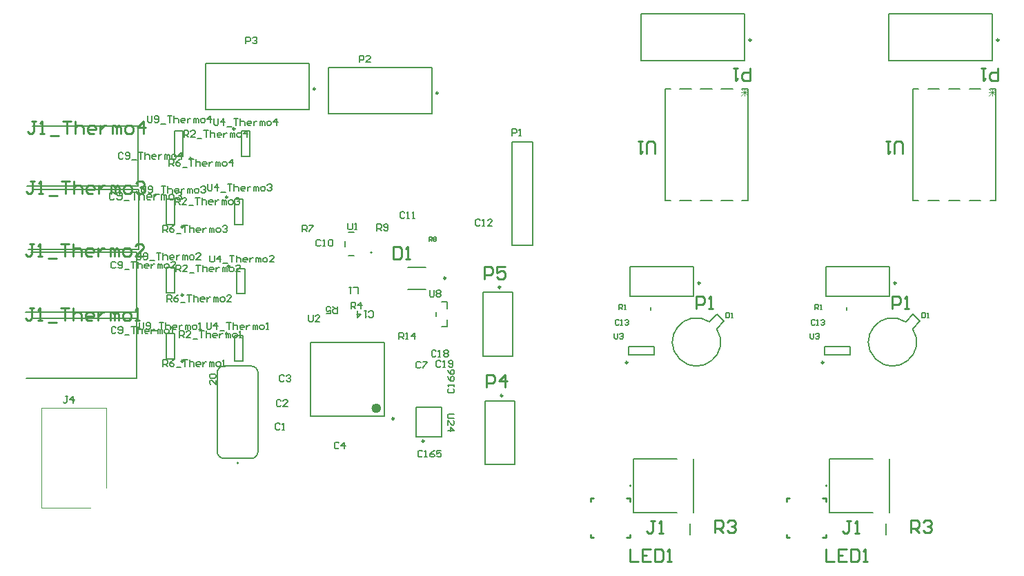
<source format=gto>
G04*
G04 #@! TF.GenerationSoftware,Altium Limited,Altium Designer,21.5.1 (32)*
G04*
G04 Layer_Color=65535*
%FSLAX25Y25*%
%MOIN*%
G70*
G04*
G04 #@! TF.SameCoordinates,3A1198FE-CC6F-45F1-A000-1D614036FB2E*
G04*
G04*
G04 #@! TF.FilePolarity,Positive*
G04*
G01*
G75*
%ADD13C,0.01000*%
%ADD51C,0.00787*%
%ADD52C,0.00984*%
%ADD53C,0.00600*%
%ADD54C,0.00300*%
%ADD55C,0.00500*%
%ADD56C,0.02362*%
%ADD57C,0.00700*%
%ADD58C,0.00394*%
D13*
X373997Y138000D02*
X375497D01*
X373997Y136500D02*
Y138000D01*
Y119000D02*
Y120500D01*
Y119000D02*
X375497D01*
X391497D02*
X392997D01*
Y120500D01*
X391497Y138000D02*
X392997D01*
Y136500D02*
Y138000D01*
X393003Y113499D02*
Y107501D01*
X397002D01*
X403000Y113499D02*
X399001D01*
Y107501D01*
X403000D01*
X399001Y110500D02*
X401001D01*
X404999Y113499D02*
Y107501D01*
X407998D01*
X408998Y108501D01*
Y112499D01*
X407998Y113499D01*
X404999D01*
X410997Y107501D02*
X412997D01*
X411997D01*
Y113499D01*
X410997Y112499D01*
X405000Y126999D02*
X403001D01*
X404000D01*
Y122001D01*
X403001Y121001D01*
X402001D01*
X401001Y122001D01*
X406999Y121001D02*
X408999D01*
X407999D01*
Y126999D01*
X406999Y125999D01*
X434002Y121501D02*
Y127499D01*
X437001D01*
X438000Y126499D01*
Y124500D01*
X437001Y123500D01*
X434002D01*
X436001D02*
X438000Y121501D01*
X440000Y126499D02*
X440999Y127499D01*
X442999D01*
X443998Y126499D01*
Y125500D01*
X442999Y124500D01*
X441999D01*
X442999D01*
X443998Y123500D01*
Y122501D01*
X442999Y121501D01*
X440999D01*
X440000Y122501D01*
X468682Y138000D02*
X470182D01*
X468682Y136500D02*
Y138000D01*
Y119000D02*
Y120500D01*
Y119000D02*
X470182D01*
X486182D02*
X487682D01*
Y120500D01*
X486182Y138000D02*
X487682D01*
Y136500D02*
Y138000D01*
X487688Y113499D02*
Y107501D01*
X491687D01*
X497685Y113499D02*
X493686D01*
Y107501D01*
X497685D01*
X493686Y110500D02*
X495686D01*
X499684Y113499D02*
Y107501D01*
X502683D01*
X503683Y108501D01*
Y112499D01*
X502683Y113499D01*
X499684D01*
X505683Y107501D02*
X507682D01*
X506682D01*
Y113499D01*
X505683Y112499D01*
X499685Y126999D02*
X497686D01*
X498685D01*
Y122001D01*
X497686Y121001D01*
X496686D01*
X495686Y122001D01*
X501685Y121001D02*
X503684D01*
X502684D01*
Y126999D01*
X501685Y125999D01*
X528687Y121501D02*
Y127499D01*
X531686D01*
X532685Y126499D01*
Y124500D01*
X531686Y123500D01*
X528687D01*
X530686D02*
X532685Y121501D01*
X534685Y126499D02*
X535684Y127499D01*
X537684D01*
X538684Y126499D01*
Y125500D01*
X537684Y124500D01*
X536684D01*
X537684D01*
X538684Y123500D01*
Y122501D01*
X537684Y121501D01*
X535684D01*
X534685Y122501D01*
X570785Y346185D02*
Y340187D01*
X567786D01*
X566786Y341186D01*
Y343186D01*
X567786Y344186D01*
X570785D01*
X564787Y346185D02*
X562788D01*
X563787D01*
Y340187D01*
X564787Y341186D01*
X524684Y304686D02*
Y309684D01*
X523684Y310684D01*
X521685D01*
X520685Y309684D01*
Y304686D01*
X518686Y310684D02*
X516686D01*
X517686D01*
Y304686D01*
X518686Y305686D01*
X451100Y346185D02*
Y340187D01*
X448101D01*
X447101Y341186D01*
Y343186D01*
X448101Y344186D01*
X451100D01*
X445102Y346185D02*
X443103D01*
X444102D01*
Y340187D01*
X445102Y341186D01*
X404999Y304686D02*
Y309684D01*
X403999Y310684D01*
X402000D01*
X401000Y309684D01*
Y304686D01*
X399001Y310684D02*
X397001D01*
X398001D01*
Y304686D01*
X399001Y305686D01*
X425186Y229607D02*
Y235605D01*
X428185D01*
X429185Y234606D01*
Y232606D01*
X428185Y231607D01*
X425186D01*
X431184Y229607D02*
X433184D01*
X432184D01*
Y235605D01*
X431184Y234606D01*
X519872Y229607D02*
Y235605D01*
X522870D01*
X523870Y234606D01*
Y232606D01*
X522870Y231607D01*
X519872D01*
X525870Y229607D02*
X527869D01*
X526869D01*
Y235605D01*
X525870Y234606D01*
X322600Y244100D02*
Y250098D01*
X325599D01*
X326599Y249098D01*
Y247099D01*
X325599Y246099D01*
X322600D01*
X332597Y250098D02*
X328598D01*
Y247099D01*
X330597Y248099D01*
X331597D01*
X332597Y247099D01*
Y245100D01*
X331597Y244100D01*
X329598D01*
X328598Y245100D01*
X323600Y191600D02*
Y197598D01*
X326599D01*
X327599Y196598D01*
Y194599D01*
X326599Y193599D01*
X323600D01*
X332597Y191600D02*
Y197598D01*
X329598Y194599D01*
X333597D01*
X106008Y320499D02*
X104009D01*
X105008D01*
Y315500D01*
X104009Y314501D01*
X103009D01*
X102009Y315500D01*
X108007Y314501D02*
X110007D01*
X109007D01*
Y320499D01*
X108007Y319499D01*
X113006Y313501D02*
X117004D01*
X119004Y320499D02*
X123002D01*
X121003D01*
Y314501D01*
X125002Y320499D02*
Y314501D01*
Y317500D01*
X126002Y318499D01*
X128001D01*
X129000Y317500D01*
Y314501D01*
X133999D02*
X132000D01*
X131000Y315500D01*
Y317500D01*
X132000Y318499D01*
X133999D01*
X134999Y317500D01*
Y316500D01*
X131000D01*
X136998Y318499D02*
Y314501D01*
Y316500D01*
X137998Y317500D01*
X138997Y318499D01*
X139997D01*
X142996Y314501D02*
Y318499D01*
X143996D01*
X144995Y317500D01*
Y314501D01*
Y317500D01*
X145995Y318499D01*
X146995Y317500D01*
Y314501D01*
X149994D02*
X151993D01*
X152993Y315500D01*
Y317500D01*
X151993Y318499D01*
X149994D01*
X148994Y317500D01*
Y315500D01*
X149994Y314501D01*
X157991D02*
Y320499D01*
X154992Y317500D01*
X158991D01*
X105508Y291499D02*
X103509D01*
X104508D01*
Y286501D01*
X103509Y285501D01*
X102509D01*
X101509Y286501D01*
X107507Y285501D02*
X109507D01*
X108507D01*
Y291499D01*
X107507Y290499D01*
X112506Y284501D02*
X116504D01*
X118504Y291499D02*
X122502D01*
X120503D01*
Y285501D01*
X124502Y291499D02*
Y285501D01*
Y288500D01*
X125502Y289499D01*
X127501D01*
X128500Y288500D01*
Y285501D01*
X133499D02*
X131500D01*
X130500Y286501D01*
Y288500D01*
X131500Y289499D01*
X133499D01*
X134499Y288500D01*
Y287500D01*
X130500D01*
X136498Y289499D02*
Y285501D01*
Y287500D01*
X137498Y288500D01*
X138497Y289499D01*
X139497D01*
X142496Y285501D02*
Y289499D01*
X143496D01*
X144495Y288500D01*
Y285501D01*
Y288500D01*
X145495Y289499D01*
X146495Y288500D01*
Y285501D01*
X149494D02*
X151493D01*
X152493Y286501D01*
Y288500D01*
X151493Y289499D01*
X149494D01*
X148494Y288500D01*
Y286501D01*
X149494Y285501D01*
X154492Y290499D02*
X155492Y291499D01*
X157491D01*
X158491Y290499D01*
Y289499D01*
X157491Y288500D01*
X156491D01*
X157491D01*
X158491Y287500D01*
Y286501D01*
X157491Y285501D01*
X155492D01*
X154492Y286501D01*
X105008Y260999D02*
X103009D01*
X104008D01*
Y256000D01*
X103009Y255001D01*
X102009D01*
X101009Y256000D01*
X107007Y255001D02*
X109007D01*
X108007D01*
Y260999D01*
X107007Y259999D01*
X112006Y254001D02*
X116004D01*
X118004Y260999D02*
X122002D01*
X120003D01*
Y255001D01*
X124002Y260999D02*
Y255001D01*
Y258000D01*
X125002Y258999D01*
X127001D01*
X128000Y258000D01*
Y255001D01*
X132999D02*
X131000D01*
X130000Y256000D01*
Y258000D01*
X131000Y258999D01*
X132999D01*
X133999Y258000D01*
Y257000D01*
X130000D01*
X135998Y258999D02*
Y255001D01*
Y257000D01*
X136998Y258000D01*
X137997Y258999D01*
X138997D01*
X141996Y255001D02*
Y258999D01*
X142996D01*
X143995Y258000D01*
Y255001D01*
Y258000D01*
X144995Y258999D01*
X145995Y258000D01*
Y255001D01*
X148994D02*
X150993D01*
X151993Y256000D01*
Y258000D01*
X150993Y258999D01*
X148994D01*
X147994Y258000D01*
Y256000D01*
X148994Y255001D01*
X157991D02*
X153992D01*
X157991Y258999D01*
Y259999D01*
X156991Y260999D01*
X154992D01*
X153992Y259999D01*
X105008Y229999D02*
X103008D01*
X104008D01*
Y225001D01*
X103008Y224001D01*
X102009D01*
X101009Y225001D01*
X107007Y224001D02*
X109006D01*
X108007D01*
Y229999D01*
X107007Y228999D01*
X112005Y223001D02*
X116004D01*
X118003Y229999D02*
X122002D01*
X120003D01*
Y224001D01*
X124002Y229999D02*
Y224001D01*
Y227000D01*
X125001Y227999D01*
X127000D01*
X128000Y227000D01*
Y224001D01*
X132999D02*
X130999D01*
X129999Y225001D01*
Y227000D01*
X130999Y227999D01*
X132999D01*
X133998Y227000D01*
Y226000D01*
X129999D01*
X135998Y227999D02*
Y224001D01*
Y226000D01*
X136997Y227000D01*
X137997Y227999D01*
X138997D01*
X141996Y224001D02*
Y227999D01*
X142995D01*
X143995Y227000D01*
Y224001D01*
Y227000D01*
X144995Y227999D01*
X145994Y227000D01*
Y224001D01*
X148993D02*
X150993D01*
X151992Y225001D01*
Y227000D01*
X150993Y227999D01*
X148993D01*
X147994Y227000D01*
Y225001D01*
X148993Y224001D01*
X153992D02*
X155991D01*
X154991D01*
Y229999D01*
X153992Y228999D01*
X278800Y259598D02*
Y253600D01*
X281799D01*
X282799Y254600D01*
Y258598D01*
X281799Y259598D01*
X278800D01*
X284798Y253600D02*
X286797D01*
X285798D01*
Y259598D01*
X284798Y258598D01*
D51*
X393420Y144016D02*
G03*
X393420Y144016I-290J0D01*
G01*
X423791Y130910D02*
Y157091D01*
X394776Y130910D02*
Y157091D01*
X415866D01*
X394776Y130910D02*
X415866D01*
X422000Y120441D02*
Y125559D01*
X488105Y144016D02*
G03*
X488105Y144016I-290J0D01*
G01*
X518476Y130910D02*
Y157091D01*
X489461Y130910D02*
Y157091D01*
X510551D01*
X489461Y130910D02*
X510551D01*
X516685Y120441D02*
Y125559D01*
X568185Y372205D02*
X518185D01*
X568185D02*
Y349685D01*
X518185D01*
Y372205D02*
Y349685D01*
X448500Y372205D02*
X398500D01*
X448500D02*
Y349685D01*
X398500D01*
Y372205D02*
Y349685D01*
X431556Y223317D02*
G03*
X434896Y219977I-6370J-9711D01*
G01*
X393150Y235806D02*
Y249980D01*
Y235806D02*
X423858D01*
X393150Y249980D02*
X423858D01*
Y235806D02*
Y249980D01*
X431556Y223317D02*
X435175Y226937D01*
X438515Y223596D01*
X434896Y219977D02*
X438515Y223596D01*
X403016Y229016D02*
Y230197D01*
X392473Y207441D02*
Y211378D01*
X404677Y207441D02*
Y211378D01*
X392473Y207441D02*
X404677D01*
X392473Y211378D02*
X404677D01*
X526241Y223317D02*
G03*
X529581Y219977I-6370J-9711D01*
G01*
X487835Y235806D02*
Y249980D01*
Y235806D02*
X518543D01*
X487835Y249980D02*
X518543D01*
Y235806D02*
Y249980D01*
X526241Y223317D02*
X529860Y226937D01*
X533200Y223596D01*
X529581Y219977D02*
X533200Y223596D01*
X497701Y229016D02*
Y230197D01*
X487158Y207441D02*
Y211378D01*
X499362Y207441D02*
Y211378D01*
X487158Y207441D02*
X499362D01*
X487158Y211378D02*
X499362D01*
X124500Y185098D02*
G03*
X123713Y185098I-394J0D01*
G01*
D02*
G03*
X124500Y185098I394J0D01*
G01*
X268382Y256866D02*
G03*
X268382Y256866I-394J0D01*
G01*
X193658Y160512D02*
G03*
X196906Y157264I3248J0D01*
G01*
X210094Y157264D02*
G03*
X213342Y160512I0J3248D01*
G01*
Y198701D02*
G03*
X210094Y201949I-3248J0D01*
G01*
X196906Y201949D02*
G03*
X193658Y198701I0J-3248D01*
G01*
X323126Y154339D02*
X337300D01*
Y185047D01*
X323127Y154339D02*
Y185047D01*
X337300D01*
X322126Y206839D02*
X336300D01*
Y237547D01*
X322127Y206839D02*
Y237547D01*
X336300D01*
X104000Y225008D02*
X154748D01*
Y195992D02*
Y225008D01*
X101244Y195992D02*
X154748D01*
X103839Y257008D02*
X154587D01*
Y227992D02*
Y257008D01*
X101083Y227992D02*
X154587D01*
X105000Y287508D02*
X155748D01*
Y258492D02*
Y287508D01*
X102244Y258492D02*
X155748D01*
X104500Y318008D02*
X155248D01*
Y288992D02*
Y318008D01*
X101744Y288992D02*
X155248D01*
X247314Y346520D02*
X297314D01*
Y324000D02*
Y346520D01*
X247314Y324000D02*
X297314D01*
X247314D02*
Y346520D01*
X188000Y348520D02*
X238000D01*
Y326000D02*
Y348520D01*
X188000Y326000D02*
X238000D01*
X188000D02*
Y348520D01*
X285571Y249815D02*
X294429D01*
X285571Y239185D02*
X294429D01*
X289799Y167815D02*
X302201D01*
Y182185D01*
X289799D02*
X302201D01*
X289799Y167815D02*
Y182185D01*
X169032Y205398D02*
Y217602D01*
X172968Y205398D02*
Y217602D01*
X169032D02*
X172968D01*
X169032Y205398D02*
X172968D01*
X169032Y237398D02*
Y249602D01*
X172968Y237398D02*
Y249602D01*
X169032D02*
X172968D01*
X169032Y237398D02*
X172968D01*
X169032Y270398D02*
Y282602D01*
X172968Y270398D02*
Y282602D01*
X169032D02*
X172968D01*
X169032Y270398D02*
X172968D01*
X173031Y303398D02*
Y315602D01*
X176969Y303398D02*
Y315602D01*
X173031D02*
X176969D01*
X173031Y303398D02*
X176969D01*
X299244Y225917D02*
Y228083D01*
X301902Y221016D02*
X304756D01*
Y229658D02*
Y232984D01*
Y221016D02*
Y224342D01*
X301902Y232984D02*
X304756D01*
X205968Y204398D02*
Y216602D01*
X202031Y204398D02*
Y216602D01*
Y204398D02*
X205968D01*
X202031Y216602D02*
X205968D01*
X206968Y236898D02*
Y249102D01*
X203031Y236898D02*
Y249102D01*
Y236898D02*
X206968D01*
X203031Y249102D02*
X206968D01*
X205968Y270398D02*
Y282602D01*
X202031Y270398D02*
Y282602D01*
Y270398D02*
X205968D01*
X202031Y282602D02*
X205968D01*
X209469Y303398D02*
Y315602D01*
X205532Y303398D02*
Y315602D01*
Y303398D02*
X209469D01*
X205532Y315602D02*
X209469D01*
X238587Y213413D02*
X274413D01*
X238587Y177587D02*
X274413D01*
X238587D02*
Y213413D01*
X274413Y177587D02*
Y213413D01*
X336000Y310500D02*
X346000D01*
Y260500D02*
Y310500D01*
X336000Y260500D02*
Y310500D01*
Y260500D02*
X346000D01*
X196906Y157264D02*
X210094D01*
X193658Y160512D02*
Y198701D01*
X213342Y160512D02*
Y198701D01*
X196906Y201949D02*
X210094D01*
D52*
X570252Y359685D02*
G03*
X570252Y359685I500J0D01*
G01*
X450567D02*
G03*
X450567Y359685I500J0D01*
G01*
X426909Y242106D02*
G03*
X426909Y242106I-492J0D01*
G01*
X391882Y203602D02*
G03*
X391882Y203602I-492J0D01*
G01*
X521595Y242106D02*
G03*
X521595Y242106I-492J0D01*
G01*
X486567Y203602D02*
G03*
X486567Y203602I-492J0D01*
G01*
X331492Y187606D02*
G03*
X331492Y187606I-492J0D01*
G01*
X330492Y240106D02*
G03*
X330492Y240106I-492J0D01*
G01*
X300381Y334000D02*
G03*
X300381Y334000I-500J0D01*
G01*
X241067Y336000D02*
G03*
X241067Y336000I-500J0D01*
G01*
X304075Y244500D02*
G03*
X304075Y244500I-492J0D01*
G01*
X293539Y165650D02*
G03*
X293539Y165650I-492J0D01*
G01*
X177299Y204315D02*
G03*
X177299Y204315I-492J0D01*
G01*
Y236315D02*
G03*
X177299Y236315I-492J0D01*
G01*
Y269315D02*
G03*
X177299Y269315I-492J0D01*
G01*
X181299Y302315D02*
G03*
X181299Y302315I-492J0D01*
G01*
X198685Y217685D02*
G03*
X198685Y217685I-492J0D01*
G01*
X199685Y250185D02*
G03*
X199685Y250185I-492J0D01*
G01*
X198685Y283685D02*
G03*
X198685Y283685I-492J0D01*
G01*
X202185Y316685D02*
G03*
X202185Y316685I-492J0D01*
G01*
X279039Y176504D02*
G03*
X279039Y176504I-492J0D01*
G01*
D53*
X569685Y282185D02*
X566895D01*
X529685Y336185D02*
Y282185D01*
X532475D02*
X529685D01*
X569685Y336185D02*
Y282185D01*
Y336185D02*
X566895D01*
X562475D02*
X556895D01*
X552475D02*
X546895D01*
X542475D02*
X536895D01*
X532475D02*
X529685D01*
X542475Y282185D02*
X536895D01*
X552475D02*
X546895D01*
X562475D02*
X556895D01*
X450000D02*
X447210D01*
X410000Y336185D02*
Y282185D01*
X412790D02*
X410000D01*
X450000Y336185D02*
Y282185D01*
Y336185D02*
X447210D01*
X442790D02*
X437210D01*
X432790D02*
X427210D01*
X422790D02*
X417210D01*
X412790D02*
X410000D01*
X422790Y282185D02*
X417210D01*
X432790D02*
X427210D01*
X442790D02*
X437210D01*
X261633Y236900D02*
Y240100D01*
X259500D01*
X258434D02*
X257367D01*
X257901D01*
Y236900D01*
X258434Y237434D01*
X237834Y226600D02*
Y223934D01*
X238367Y223400D01*
X239434D01*
X239967Y223934D01*
Y226600D01*
X243166Y223400D02*
X241033D01*
X243166Y225533D01*
Y226066D01*
X242633Y226600D01*
X241566D01*
X241033Y226066D01*
X336200Y313500D02*
Y316699D01*
X337800D01*
X338333Y316166D01*
Y315100D01*
X337800Y314566D01*
X336200D01*
X339399Y313500D02*
X340465D01*
X339932D01*
Y316699D01*
X339399Y316166D01*
X190124Y255436D02*
Y252771D01*
X190658Y252238D01*
X191724D01*
X192257Y252771D01*
Y255436D01*
X194923Y252238D02*
Y255436D01*
X193323Y253837D01*
X195456D01*
X196522Y251704D02*
X198655D01*
X199721Y255436D02*
X201854D01*
X200788D01*
Y252238D01*
X202920Y255436D02*
Y252238D01*
Y253837D01*
X203453Y254370D01*
X204520D01*
X205053Y253837D01*
Y252238D01*
X207719D02*
X206652D01*
X206119Y252771D01*
Y253837D01*
X206652Y254370D01*
X207719D01*
X208252Y253837D01*
Y253304D01*
X206119D01*
X209318Y254370D02*
Y252238D01*
Y253304D01*
X209851Y253837D01*
X210385Y254370D01*
X210918D01*
X212517Y252238D02*
Y254370D01*
X213050D01*
X213583Y253837D01*
Y252238D01*
Y253837D01*
X214117Y254370D01*
X214650Y253837D01*
Y252238D01*
X216249D02*
X217316D01*
X217849Y252771D01*
Y253837D01*
X217316Y254370D01*
X216249D01*
X215716Y253837D01*
Y252771D01*
X216249Y252238D01*
X221048D02*
X218915D01*
X221048Y254370D01*
Y254903D01*
X220515Y255436D01*
X219448D01*
X218915Y254903D01*
X121467Y187257D02*
X120401D01*
X120934D01*
Y184591D01*
X120401Y184058D01*
X119867D01*
X119334Y184591D01*
X124133Y184058D02*
Y187257D01*
X122533Y185658D01*
X124666D01*
X301634Y204066D02*
X301101Y204599D01*
X300034D01*
X299501Y204066D01*
Y201934D01*
X300034Y201400D01*
X301101D01*
X301634Y201934D01*
X302700Y201400D02*
X303767D01*
X303233D01*
Y204599D01*
X302700Y204066D01*
X305366Y201934D02*
X305899Y201400D01*
X306965D01*
X307499Y201934D01*
Y204066D01*
X306965Y204599D01*
X305899D01*
X305366Y204066D01*
Y203533D01*
X305899Y203000D01*
X307499D01*
X299390Y209066D02*
X298857Y209599D01*
X297790D01*
X297257Y209066D01*
Y206934D01*
X297790Y206400D01*
X298857D01*
X299390Y206934D01*
X300456Y206400D02*
X301522D01*
X300989D01*
Y209599D01*
X300456Y209066D01*
X303122D02*
X303655Y209599D01*
X304721D01*
X305255Y209066D01*
Y208533D01*
X304721Y208000D01*
X305255Y207467D01*
Y206934D01*
X304721Y206400D01*
X303655D01*
X303122Y206934D01*
Y207467D01*
X303655Y208000D01*
X303122Y208533D01*
Y209066D01*
X303655Y208000D02*
X304721D01*
X148171Y304801D02*
X147638Y305335D01*
X146572D01*
X146038Y304801D01*
Y302669D01*
X146572Y302136D01*
X147638D01*
X148171Y302669D01*
X149237D02*
X149770Y302136D01*
X150837D01*
X151370Y302669D01*
Y304801D01*
X150837Y305335D01*
X149770D01*
X149237Y304801D01*
Y304268D01*
X149770Y303735D01*
X151370D01*
X152436Y301602D02*
X154569D01*
X155635Y305335D02*
X157768D01*
X156702D01*
Y302136D01*
X158834Y305335D02*
Y302136D01*
Y303735D01*
X159367Y304268D01*
X160434D01*
X160967Y303735D01*
Y302136D01*
X163633D02*
X162566D01*
X162033Y302669D01*
Y303735D01*
X162566Y304268D01*
X163633D01*
X164166Y303735D01*
Y303202D01*
X162033D01*
X165232Y304268D02*
Y302136D01*
Y303202D01*
X165765Y303735D01*
X166298Y304268D01*
X166832D01*
X168431Y302136D02*
Y304268D01*
X168964D01*
X169497Y303735D01*
Y302136D01*
Y303735D01*
X170031Y304268D01*
X170564Y303735D01*
Y302136D01*
X172163D02*
X173230D01*
X173763Y302669D01*
Y303735D01*
X173230Y304268D01*
X172163D01*
X171630Y303735D01*
Y302669D01*
X172163Y302136D01*
X176428D02*
Y305335D01*
X174829Y303735D01*
X176962D01*
X308100Y178765D02*
X305434D01*
X304901Y178232D01*
Y177166D01*
X305434Y176633D01*
X308100D01*
X304901Y173434D02*
Y175566D01*
X307033Y173434D01*
X307566D01*
X308100Y173967D01*
Y175033D01*
X307566Y175566D01*
X304901Y170768D02*
X308100D01*
X306500Y172367D01*
Y170235D01*
X160038Y322866D02*
Y320200D01*
X160572Y319667D01*
X161638D01*
X162171Y320200D01*
Y322866D01*
X163237Y320200D02*
X163770Y319667D01*
X164837D01*
X165370Y320200D01*
Y322333D01*
X164837Y322866D01*
X163770D01*
X163237Y322333D01*
Y321800D01*
X163770Y321267D01*
X165370D01*
X166436Y319134D02*
X168569D01*
X169635Y322866D02*
X171768D01*
X170702D01*
Y319667D01*
X172834Y322866D02*
Y319667D01*
Y321267D01*
X173367Y321800D01*
X174434D01*
X174967Y321267D01*
Y319667D01*
X177633D02*
X176566D01*
X176033Y320200D01*
Y321267D01*
X176566Y321800D01*
X177633D01*
X178166Y321267D01*
Y320733D01*
X176033D01*
X179232Y321800D02*
Y319667D01*
Y320733D01*
X179765Y321267D01*
X180298Y321800D01*
X180832D01*
X182431Y319667D02*
Y321800D01*
X182964D01*
X183497Y321267D01*
Y319667D01*
Y321267D01*
X184031Y321800D01*
X184564Y321267D01*
Y319667D01*
X186163D02*
X187230D01*
X187763Y320200D01*
Y321267D01*
X187230Y321800D01*
X186163D01*
X185630Y321267D01*
Y320200D01*
X186163Y319667D01*
X190428D02*
Y322866D01*
X188829Y321267D01*
X190962D01*
X157038Y288866D02*
Y286200D01*
X157571Y285667D01*
X158638D01*
X159171Y286200D01*
Y288866D01*
X160237Y286200D02*
X160770Y285667D01*
X161837D01*
X162370Y286200D01*
Y288333D01*
X161837Y288866D01*
X160770D01*
X160237Y288333D01*
Y287800D01*
X160770Y287267D01*
X162370D01*
X163436Y285134D02*
X165569D01*
X166635Y288866D02*
X168768D01*
X167701D01*
Y285667D01*
X169834Y288866D02*
Y285667D01*
Y287267D01*
X170367Y287800D01*
X171434D01*
X171967Y287267D01*
Y285667D01*
X174633D02*
X173566D01*
X173033Y286200D01*
Y287267D01*
X173566Y287800D01*
X174633D01*
X175166Y287267D01*
Y286733D01*
X173033D01*
X176232Y287800D02*
Y285667D01*
Y286733D01*
X176765Y287267D01*
X177298Y287800D01*
X177832D01*
X179431Y285667D02*
Y287800D01*
X179964D01*
X180497Y287267D01*
Y285667D01*
Y287267D01*
X181031Y287800D01*
X181564Y287267D01*
Y285667D01*
X183163D02*
X184230D01*
X184763Y286200D01*
Y287267D01*
X184230Y287800D01*
X183163D01*
X182630Y287267D01*
Y286200D01*
X183163Y285667D01*
X185829Y288333D02*
X186362Y288866D01*
X187428D01*
X187962Y288333D01*
Y287800D01*
X187428Y287267D01*
X186895D01*
X187428D01*
X187962Y286733D01*
Y286200D01*
X187428Y285667D01*
X186362D01*
X185829Y286200D01*
X154731Y256606D02*
Y253940D01*
X155264Y253407D01*
X156331D01*
X156864Y253940D01*
Y256606D01*
X157930Y253940D02*
X158463Y253407D01*
X159530D01*
X160063Y253940D01*
Y256073D01*
X159530Y256606D01*
X158463D01*
X157930Y256073D01*
Y255540D01*
X158463Y255007D01*
X160063D01*
X161129Y252874D02*
X163262D01*
X164328Y256606D02*
X166461D01*
X165394D01*
Y253407D01*
X167527Y256606D02*
Y253407D01*
Y255007D01*
X168060Y255540D01*
X169127D01*
X169660Y255007D01*
Y253407D01*
X172326D02*
X171259D01*
X170726Y253940D01*
Y255007D01*
X171259Y255540D01*
X172326D01*
X172859Y255007D01*
Y254474D01*
X170726D01*
X173925Y255540D02*
Y253407D01*
Y254474D01*
X174458Y255007D01*
X174991Y255540D01*
X175524D01*
X177124Y253407D02*
Y255540D01*
X177657D01*
X178190Y255007D01*
Y253407D01*
Y255007D01*
X178724Y255540D01*
X179257Y255007D01*
Y253407D01*
X180856D02*
X181922D01*
X182456Y253940D01*
Y255007D01*
X181922Y255540D01*
X180856D01*
X180323Y255007D01*
Y253940D01*
X180856Y253407D01*
X185655D02*
X183522D01*
X185655Y255540D01*
Y256073D01*
X185122Y256606D01*
X184055D01*
X183522Y256073D01*
X156071Y222866D02*
Y220200D01*
X156605Y219667D01*
X157671D01*
X158204Y220200D01*
Y222866D01*
X159271Y220200D02*
X159804Y219667D01*
X160870D01*
X161403Y220200D01*
Y222333D01*
X160870Y222866D01*
X159804D01*
X159271Y222333D01*
Y221800D01*
X159804Y221267D01*
X161403D01*
X162469Y219134D02*
X164602D01*
X165668Y222866D02*
X167801D01*
X166735D01*
Y219667D01*
X168867Y222866D02*
Y219667D01*
Y221267D01*
X169401Y221800D01*
X170467D01*
X171000Y221267D01*
Y219667D01*
X173666D02*
X172599D01*
X172066Y220200D01*
Y221267D01*
X172599Y221800D01*
X173666D01*
X174199Y221267D01*
Y220733D01*
X172066D01*
X175265Y221800D02*
Y219667D01*
Y220733D01*
X175798Y221267D01*
X176332Y221800D01*
X176865D01*
X178464Y219667D02*
Y221800D01*
X178997D01*
X179531Y221267D01*
Y219667D01*
Y221267D01*
X180064Y221800D01*
X180597Y221267D01*
Y219667D01*
X182196D02*
X183263D01*
X183796Y220200D01*
Y221267D01*
X183263Y221800D01*
X182196D01*
X181663Y221267D01*
Y220200D01*
X182196Y219667D01*
X184862D02*
X185928D01*
X185395D01*
Y222866D01*
X184862Y222333D01*
X296334Y238599D02*
Y235934D01*
X296867Y235401D01*
X297934D01*
X298467Y235934D01*
Y238599D01*
X299533Y238066D02*
X300066Y238599D01*
X301133D01*
X301666Y238066D01*
Y237533D01*
X301133Y237000D01*
X301666Y236467D01*
Y235934D01*
X301133Y235401D01*
X300066D01*
X299533Y235934D01*
Y236467D01*
X300066Y237000D01*
X299533Y237533D01*
Y238066D01*
X300066Y237000D02*
X301133D01*
X192034Y321527D02*
Y318861D01*
X192567Y318328D01*
X193633D01*
X194167Y318861D01*
Y321527D01*
X196832Y318328D02*
Y321527D01*
X195233Y319928D01*
X197365D01*
X198432Y317795D02*
X200565D01*
X201631Y321527D02*
X203763D01*
X202697D01*
Y318328D01*
X204830Y321527D02*
Y318328D01*
Y319928D01*
X205363Y320461D01*
X206429D01*
X206962Y319928D01*
Y318328D01*
X209628D02*
X208562D01*
X208029Y318861D01*
Y319928D01*
X208562Y320461D01*
X209628D01*
X210161Y319928D01*
Y319394D01*
X208029D01*
X211228Y320461D02*
Y318328D01*
Y319394D01*
X211761Y319928D01*
X212294Y320461D01*
X212827D01*
X214427Y318328D02*
Y320461D01*
X214960D01*
X215493Y319928D01*
Y318328D01*
Y319928D01*
X216026Y320461D01*
X216559Y319928D01*
Y318328D01*
X218159D02*
X219225D01*
X219758Y318861D01*
Y319928D01*
X219225Y320461D01*
X218159D01*
X217626Y319928D01*
Y318861D01*
X218159Y318328D01*
X222424D02*
Y321527D01*
X220825Y319928D01*
X222957D01*
X189038Y289866D02*
Y287200D01*
X189571Y286667D01*
X190638D01*
X191171Y287200D01*
Y289866D01*
X193837Y286667D02*
Y289866D01*
X192237Y288267D01*
X194370D01*
X195436Y286134D02*
X197569D01*
X198635Y289866D02*
X200768D01*
X199701D01*
Y286667D01*
X201834Y289866D02*
Y286667D01*
Y288267D01*
X202367Y288800D01*
X203434D01*
X203967Y288267D01*
Y286667D01*
X206633D02*
X205566D01*
X205033Y287200D01*
Y288267D01*
X205566Y288800D01*
X206633D01*
X207166Y288267D01*
Y287733D01*
X205033D01*
X208232Y288800D02*
Y286667D01*
Y287733D01*
X208765Y288267D01*
X209298Y288800D01*
X209832D01*
X211431Y286667D02*
Y288800D01*
X211964D01*
X212497Y288267D01*
Y286667D01*
Y288267D01*
X213031Y288800D01*
X213564Y288267D01*
Y286667D01*
X215163D02*
X216230D01*
X216763Y287200D01*
Y288267D01*
X216230Y288800D01*
X215163D01*
X214630Y288267D01*
Y287200D01*
X215163Y286667D01*
X217829Y289333D02*
X218362Y289866D01*
X219428D01*
X219962Y289333D01*
Y288800D01*
X219428Y288267D01*
X218895D01*
X219428D01*
X219962Y287733D01*
Y287200D01*
X219428Y286667D01*
X218362D01*
X217829Y287200D01*
X188572Y222866D02*
Y220200D01*
X189105Y219667D01*
X190171D01*
X190704Y220200D01*
Y222866D01*
X193370Y219667D02*
Y222866D01*
X191771Y221267D01*
X193903D01*
X194969Y219134D02*
X197102D01*
X198168Y222866D02*
X200301D01*
X199235D01*
Y219667D01*
X201367Y222866D02*
Y219667D01*
Y221267D01*
X201901Y221800D01*
X202967D01*
X203500Y221267D01*
Y219667D01*
X206166D02*
X205100D01*
X204566Y220200D01*
Y221267D01*
X205100Y221800D01*
X206166D01*
X206699Y221267D01*
Y220733D01*
X204566D01*
X207765Y221800D02*
Y219667D01*
Y220733D01*
X208298Y221267D01*
X208832Y221800D01*
X209365D01*
X210964Y219667D02*
Y221800D01*
X211497D01*
X212031Y221267D01*
Y219667D01*
Y221267D01*
X212564Y221800D01*
X213097Y221267D01*
Y219667D01*
X214696D02*
X215763D01*
X216296Y220200D01*
Y221267D01*
X215763Y221800D01*
X214696D01*
X214163Y221267D01*
Y220200D01*
X214696Y219667D01*
X217362D02*
X218428D01*
X217895D01*
Y222866D01*
X217362Y222333D01*
X256867Y271099D02*
Y268434D01*
X257400Y267900D01*
X258467D01*
X259000Y268434D01*
Y271099D01*
X260066Y267900D02*
X261133D01*
X260599D01*
Y271099D01*
X260066Y270566D01*
X281501Y214900D02*
Y218099D01*
X283101D01*
X283634Y217566D01*
Y216500D01*
X283101Y215967D01*
X281501D01*
X282568D02*
X283634Y214900D01*
X284700D02*
X285767D01*
X285233D01*
Y218099D01*
X284700Y217566D01*
X288966Y214900D02*
Y218099D01*
X287366Y216500D01*
X289499D01*
X270834Y267401D02*
Y270600D01*
X272434D01*
X272967Y270066D01*
Y269000D01*
X272434Y268467D01*
X270834D01*
X271901D02*
X272967Y267401D01*
X274033Y267934D02*
X274566Y267401D01*
X275633D01*
X276166Y267934D01*
Y270066D01*
X275633Y270600D01*
X274566D01*
X274033Y270066D01*
Y269533D01*
X274566Y269000D01*
X276166D01*
X234834Y266900D02*
Y270099D01*
X236434D01*
X236967Y269566D01*
Y268500D01*
X236434Y267967D01*
X234834D01*
X235900D02*
X236967Y266900D01*
X238033Y270099D02*
X240166D01*
Y269566D01*
X238033Y267434D01*
Y266900D01*
X170538Y298667D02*
Y301866D01*
X172138D01*
X172671Y301333D01*
Y300267D01*
X172138Y299733D01*
X170538D01*
X171605D02*
X172671Y298667D01*
X175870Y301866D02*
X174804Y301333D01*
X173737Y300267D01*
Y299200D01*
X174270Y298667D01*
X175337D01*
X175870Y299200D01*
Y299733D01*
X175337Y300267D01*
X173737D01*
X176936Y298134D02*
X179069D01*
X180135Y301866D02*
X182268D01*
X181202D01*
Y298667D01*
X183334Y301866D02*
Y298667D01*
Y300267D01*
X183867Y300800D01*
X184934D01*
X185467Y300267D01*
Y298667D01*
X188133D02*
X187066D01*
X186533Y299200D01*
Y300267D01*
X187066Y300800D01*
X188133D01*
X188666Y300267D01*
Y299733D01*
X186533D01*
X189732Y300800D02*
Y298667D01*
Y299733D01*
X190265Y300267D01*
X190798Y300800D01*
X191332D01*
X192931Y298667D02*
Y300800D01*
X193464D01*
X193997Y300267D01*
Y298667D01*
Y300267D01*
X194531Y300800D01*
X195064Y300267D01*
Y298667D01*
X196663D02*
X197730D01*
X198263Y299200D01*
Y300267D01*
X197730Y300800D01*
X196663D01*
X196130Y300267D01*
Y299200D01*
X196663Y298667D01*
X200928D02*
Y301866D01*
X199329Y300267D01*
X201462D01*
X167538Y266699D02*
Y269898D01*
X169138D01*
X169671Y269364D01*
Y268298D01*
X169138Y267765D01*
X167538D01*
X168605D02*
X169671Y266699D01*
X172870Y269898D02*
X171804Y269364D01*
X170737Y268298D01*
Y267232D01*
X171270Y266699D01*
X172337D01*
X172870Y267232D01*
Y267765D01*
X172337Y268298D01*
X170737D01*
X173936Y266165D02*
X176069D01*
X177135Y269898D02*
X179268D01*
X178201D01*
Y266699D01*
X180334Y269898D02*
Y266699D01*
Y268298D01*
X180867Y268831D01*
X181934D01*
X182467Y268298D01*
Y266699D01*
X185133D02*
X184066D01*
X183533Y267232D01*
Y268298D01*
X184066Y268831D01*
X185133D01*
X185666Y268298D01*
Y267765D01*
X183533D01*
X186732Y268831D02*
Y266699D01*
Y267765D01*
X187265Y268298D01*
X187799Y268831D01*
X188332D01*
X189931Y266699D02*
Y268831D01*
X190464D01*
X190997Y268298D01*
Y266699D01*
Y268298D01*
X191531Y268831D01*
X192064Y268298D01*
Y266699D01*
X193663D02*
X194729D01*
X195263Y267232D01*
Y268298D01*
X194729Y268831D01*
X193663D01*
X193130Y268298D01*
Y267232D01*
X193663Y266699D01*
X196329Y269364D02*
X196862Y269898D01*
X197929D01*
X198462Y269364D01*
Y268831D01*
X197929Y268298D01*
X197395D01*
X197929D01*
X198462Y267765D01*
Y267232D01*
X197929Y266699D01*
X196862D01*
X196329Y267232D01*
X169538Y233167D02*
Y236366D01*
X171138D01*
X171671Y235833D01*
Y234767D01*
X171138Y234233D01*
X169538D01*
X170605D02*
X171671Y233167D01*
X174870Y236366D02*
X173804Y235833D01*
X172737Y234767D01*
Y233700D01*
X173270Y233167D01*
X174337D01*
X174870Y233700D01*
Y234233D01*
X174337Y234767D01*
X172737D01*
X175936Y232634D02*
X178069D01*
X179135Y236366D02*
X181268D01*
X180201D01*
Y233167D01*
X182334Y236366D02*
Y233167D01*
Y234767D01*
X182867Y235300D01*
X183934D01*
X184467Y234767D01*
Y233167D01*
X187133D02*
X186066D01*
X185533Y233700D01*
Y234767D01*
X186066Y235300D01*
X187133D01*
X187666Y234767D01*
Y234233D01*
X185533D01*
X188732Y235300D02*
Y233167D01*
Y234233D01*
X189265Y234767D01*
X189798Y235300D01*
X190332D01*
X191931Y233167D02*
Y235300D01*
X192464D01*
X192997Y234767D01*
Y233167D01*
Y234767D01*
X193531Y235300D01*
X194064Y234767D01*
Y233167D01*
X195663D02*
X196730D01*
X197263Y233700D01*
Y234767D01*
X196730Y235300D01*
X195663D01*
X195130Y234767D01*
Y233700D01*
X195663Y233167D01*
X200462D02*
X198329D01*
X200462Y235300D01*
Y235833D01*
X199928Y236366D01*
X198862D01*
X198329Y235833D01*
X167516Y201784D02*
Y204983D01*
X169115D01*
X169648Y204450D01*
Y203383D01*
X169115Y202850D01*
X167516D01*
X168582D02*
X169648Y201784D01*
X172847Y204983D02*
X171781Y204450D01*
X170715Y203383D01*
Y202317D01*
X171248Y201784D01*
X172314D01*
X172847Y202317D01*
Y202850D01*
X172314Y203383D01*
X170715D01*
X173914Y201251D02*
X176046D01*
X177112Y204983D02*
X179245D01*
X178179D01*
Y201784D01*
X180312Y204983D02*
Y201784D01*
Y203383D01*
X180845Y203917D01*
X181911D01*
X182444Y203383D01*
Y201784D01*
X185110D02*
X184044D01*
X183510Y202317D01*
Y203383D01*
X184044Y203917D01*
X185110D01*
X185643Y203383D01*
Y202850D01*
X183510D01*
X186709Y203917D02*
Y201784D01*
Y202850D01*
X187243Y203383D01*
X187776Y203917D01*
X188309D01*
X189908Y201784D02*
Y203917D01*
X190442D01*
X190975Y203383D01*
Y201784D01*
Y203383D01*
X191508Y203917D01*
X192041Y203383D01*
Y201784D01*
X193640D02*
X194707D01*
X195240Y202317D01*
Y203383D01*
X194707Y203917D01*
X193640D01*
X193107Y203383D01*
Y202317D01*
X193640Y201784D01*
X196306D02*
X197373D01*
X196839D01*
Y204983D01*
X196306Y204450D01*
X251666Y230599D02*
Y227400D01*
X250066D01*
X249533Y227934D01*
Y229000D01*
X250066Y229533D01*
X251666D01*
X250600D02*
X249533Y230599D01*
X246334Y227400D02*
X248467D01*
Y229000D01*
X247400Y228467D01*
X246867D01*
X246334Y229000D01*
Y230066D01*
X246867Y230599D01*
X247934D01*
X248467Y230066D01*
X258334Y229656D02*
Y232855D01*
X259934D01*
X260467Y232322D01*
Y231256D01*
X259934Y230723D01*
X258334D01*
X259401D02*
X260467Y229656D01*
X263133D02*
Y232855D01*
X261533Y231256D01*
X263666D01*
X177570Y312667D02*
Y315866D01*
X179169D01*
X179702Y315333D01*
Y314267D01*
X179169Y313733D01*
X177570D01*
X178636D02*
X179702Y312667D01*
X182901D02*
X180769D01*
X182901Y314800D01*
Y315333D01*
X182368Y315866D01*
X181302D01*
X180769Y315333D01*
X183968Y312134D02*
X186100D01*
X187167Y315866D02*
X189299D01*
X188233D01*
Y312667D01*
X190366Y315866D02*
Y312667D01*
Y314267D01*
X190899Y314800D01*
X191965D01*
X192498Y314267D01*
Y312667D01*
X195164D02*
X194098D01*
X193565Y313200D01*
Y314267D01*
X194098Y314800D01*
X195164D01*
X195697Y314267D01*
Y313733D01*
X193565D01*
X196764Y314800D02*
Y312667D01*
Y313733D01*
X197297Y314267D01*
X197830Y314800D01*
X198363D01*
X199963Y312667D02*
Y314800D01*
X200496D01*
X201029Y314267D01*
Y312667D01*
Y314267D01*
X201562Y314800D01*
X202095Y314267D01*
Y312667D01*
X203695D02*
X204761D01*
X205294Y313200D01*
Y314267D01*
X204761Y314800D01*
X203695D01*
X203162Y314267D01*
Y313200D01*
X203695Y312667D01*
X207960D02*
Y315866D01*
X206361Y314267D01*
X208493D01*
X173507Y280167D02*
Y283366D01*
X175106D01*
X175639Y282833D01*
Y281767D01*
X175106Y281233D01*
X173507D01*
X174573D02*
X175639Y280167D01*
X178838D02*
X176706D01*
X178838Y282300D01*
Y282833D01*
X178305Y283366D01*
X177239D01*
X176706Y282833D01*
X179905Y279634D02*
X182037D01*
X183104Y283366D02*
X185236D01*
X184170D01*
Y280167D01*
X186303Y283366D02*
Y280167D01*
Y281767D01*
X186836Y282300D01*
X187902D01*
X188435Y281767D01*
Y280167D01*
X191101D02*
X190035D01*
X189502Y280700D01*
Y281767D01*
X190035Y282300D01*
X191101D01*
X191634Y281767D01*
Y281233D01*
X189502D01*
X192701Y282300D02*
Y280167D01*
Y281233D01*
X193234Y281767D01*
X193767Y282300D01*
X194300D01*
X195900Y280167D02*
Y282300D01*
X196433D01*
X196966Y281767D01*
Y280167D01*
Y281767D01*
X197499Y282300D01*
X198032Y281767D01*
Y280167D01*
X199632D02*
X200698D01*
X201231Y280700D01*
Y281767D01*
X200698Y282300D01*
X199632D01*
X199099Y281767D01*
Y280700D01*
X199632Y280167D01*
X202298Y282833D02*
X202831Y283366D01*
X203897D01*
X204430Y282833D01*
Y282300D01*
X203897Y281767D01*
X203364D01*
X203897D01*
X204430Y281233D01*
Y280700D01*
X203897Y280167D01*
X202831D01*
X202298Y280700D01*
X173839Y247632D02*
Y250831D01*
X175439D01*
X175972Y250298D01*
Y249231D01*
X175439Y248698D01*
X173839D01*
X174906D02*
X175972Y247632D01*
X179171D02*
X177038D01*
X179171Y249765D01*
Y250298D01*
X178638Y250831D01*
X177571D01*
X177038Y250298D01*
X180237Y247099D02*
X182370D01*
X183436Y250831D02*
X185569D01*
X184502D01*
Y247632D01*
X186635Y250831D02*
Y247632D01*
Y249231D01*
X187168Y249765D01*
X188235D01*
X188768Y249231D01*
Y247632D01*
X191434D02*
X190367D01*
X189834Y248165D01*
Y249231D01*
X190367Y249765D01*
X191434D01*
X191967Y249231D01*
Y248698D01*
X189834D01*
X193033Y249765D02*
Y247632D01*
Y248698D01*
X193566Y249231D01*
X194099Y249765D01*
X194632D01*
X196232Y247632D02*
Y249765D01*
X196765D01*
X197298Y249231D01*
Y247632D01*
Y249231D01*
X197831Y249765D01*
X198365Y249231D01*
Y247632D01*
X199964D02*
X201030D01*
X201564Y248165D01*
Y249231D01*
X201030Y249765D01*
X199964D01*
X199431Y249231D01*
Y248165D01*
X199964Y247632D01*
X204763D02*
X202630D01*
X204763Y249765D01*
Y250298D01*
X204229Y250831D01*
X203163D01*
X202630Y250298D01*
X175540Y215667D02*
Y218866D01*
X177139D01*
X177673Y218333D01*
Y217267D01*
X177139Y216733D01*
X175540D01*
X176606D02*
X177673Y215667D01*
X180872D02*
X178739D01*
X180872Y217800D01*
Y218333D01*
X180338Y218866D01*
X179272D01*
X178739Y218333D01*
X181938Y215134D02*
X184071D01*
X185137Y218866D02*
X187269D01*
X186203D01*
Y215667D01*
X188336Y218866D02*
Y215667D01*
Y217267D01*
X188869Y217800D01*
X189935D01*
X190469Y217267D01*
Y215667D01*
X193134D02*
X192068D01*
X191535Y216200D01*
Y217267D01*
X192068Y217800D01*
X193134D01*
X193667Y217267D01*
Y216733D01*
X191535D01*
X194734Y217800D02*
Y215667D01*
Y216733D01*
X195267Y217267D01*
X195800Y217800D01*
X196333D01*
X197933Y215667D02*
Y217800D01*
X198466D01*
X198999Y217267D01*
Y215667D01*
Y217267D01*
X199532Y217800D01*
X200065Y217267D01*
Y215667D01*
X201665D02*
X202731D01*
X203264Y216200D01*
Y217267D01*
X202731Y217800D01*
X201665D01*
X201132Y217267D01*
Y216200D01*
X201665Y215667D01*
X204331D02*
X205397D01*
X204864D01*
Y218866D01*
X204331Y218333D01*
X207520Y357901D02*
Y361100D01*
X209120D01*
X209653Y360566D01*
Y359500D01*
X209120Y358967D01*
X207520D01*
X210719Y360566D02*
X211252Y361100D01*
X212319D01*
X212852Y360566D01*
Y360033D01*
X212319Y359500D01*
X211786D01*
X212319D01*
X212852Y358967D01*
Y358434D01*
X212319Y357901D01*
X211252D01*
X210719Y358434D01*
X262334Y348901D02*
Y352099D01*
X263934D01*
X264467Y351566D01*
Y350500D01*
X263934Y349967D01*
X262334D01*
X267666Y348901D02*
X265533D01*
X267666Y351033D01*
Y351566D01*
X267133Y352099D01*
X266066D01*
X265533Y351566D01*
X305434Y191034D02*
X304901Y190501D01*
Y189435D01*
X305434Y188902D01*
X307566D01*
X308100Y189435D01*
Y190501D01*
X307566Y191034D01*
X308100Y192101D02*
Y193167D01*
Y192634D01*
X304901D01*
X305434Y192101D01*
X304901Y196899D02*
X305434Y195833D01*
X306500Y194767D01*
X307566D01*
X308100Y195300D01*
Y196366D01*
X307566Y196899D01*
X307033D01*
X306500Y196366D01*
Y194767D01*
X304901Y200098D02*
X305434Y199032D01*
X306500Y197966D01*
X307566D01*
X308100Y198499D01*
Y199565D01*
X307566Y200098D01*
X307033D01*
X306500Y199565D01*
Y197966D01*
X292778Y160566D02*
X292245Y161100D01*
X291179D01*
X290646Y160566D01*
Y158434D01*
X291179Y157901D01*
X292245D01*
X292778Y158434D01*
X293845Y157901D02*
X294911D01*
X294378D01*
Y161100D01*
X293845Y160566D01*
X298643Y161100D02*
X297577Y160566D01*
X296511Y159500D01*
Y158434D01*
X297044Y157901D01*
X298110D01*
X298643Y158434D01*
Y158967D01*
X298110Y159500D01*
X296511D01*
X301842Y161100D02*
X299710D01*
Y159500D01*
X300776Y160033D01*
X301309D01*
X301842Y159500D01*
Y158434D01*
X301309Y157901D01*
X300243D01*
X299710Y158434D01*
X266866Y225934D02*
X267399Y225400D01*
X268465D01*
X268999Y225934D01*
Y228066D01*
X268465Y228600D01*
X267399D01*
X266866Y228066D01*
X265800Y228600D02*
X264733D01*
X265267D01*
Y225400D01*
X265800Y225934D01*
X261535Y228600D02*
Y225400D01*
X263134Y227000D01*
X261001D01*
X320634Y272503D02*
X320101Y273037D01*
X319035D01*
X318501Y272503D01*
Y270371D01*
X319035Y269837D01*
X320101D01*
X320634Y270371D01*
X321700Y269837D02*
X322767D01*
X322233D01*
Y273037D01*
X321700Y272503D01*
X326499Y269837D02*
X324366D01*
X326499Y271970D01*
Y272503D01*
X325965Y273037D01*
X324899D01*
X324366Y272503D01*
X284167Y276066D02*
X283634Y276600D01*
X282568D01*
X282034Y276066D01*
Y273934D01*
X282568Y273400D01*
X283634D01*
X284167Y273934D01*
X285233Y273400D02*
X286300D01*
X285767D01*
Y276600D01*
X285233Y276066D01*
X287899Y273400D02*
X288966D01*
X288432D01*
Y276600D01*
X287899Y276066D01*
X243634Y262566D02*
X243101Y263100D01*
X242035D01*
X241501Y262566D01*
Y260434D01*
X242035Y259900D01*
X243101D01*
X243634Y260434D01*
X244700Y259900D02*
X245767D01*
X245233D01*
Y263100D01*
X244700Y262566D01*
X247366D02*
X247899Y263100D01*
X248966D01*
X249499Y262566D01*
Y260434D01*
X248966Y259900D01*
X247899D01*
X247366Y260434D01*
Y262566D01*
X144005Y285500D02*
X143405Y286099D01*
X142205D01*
X141606Y285500D01*
Y283100D01*
X142205Y282501D01*
X143405D01*
X144005Y283100D01*
X145204D02*
X145804Y282501D01*
X147004D01*
X147604Y283100D01*
Y285500D01*
X147004Y286099D01*
X145804D01*
X145204Y285500D01*
Y284900D01*
X145804Y284300D01*
X147604D01*
X148803Y281901D02*
X151202D01*
X152402Y286099D02*
X154801D01*
X153602D01*
Y282501D01*
X156001Y286099D02*
Y282501D01*
Y284300D01*
X156601Y284900D01*
X157800D01*
X158400Y284300D01*
Y282501D01*
X161399D02*
X160200D01*
X159600Y283100D01*
Y284300D01*
X160200Y284900D01*
X161399D01*
X161999Y284300D01*
Y283700D01*
X159600D01*
X163199Y284900D02*
Y282501D01*
Y283700D01*
X163798Y284300D01*
X164398Y284900D01*
X164998D01*
X166797Y282501D02*
Y284900D01*
X167397D01*
X167997Y284300D01*
Y282501D01*
Y284300D01*
X168597Y284900D01*
X169197Y284300D01*
Y282501D01*
X170996D02*
X172196D01*
X172796Y283100D01*
Y284300D01*
X172196Y284900D01*
X170996D01*
X170396Y284300D01*
Y283100D01*
X170996Y282501D01*
X173995Y285500D02*
X174595Y286099D01*
X175795D01*
X176394Y285500D01*
Y284900D01*
X175795Y284300D01*
X175195D01*
X175795D01*
X176394Y283700D01*
Y283100D01*
X175795Y282501D01*
X174595D01*
X173995Y283100D01*
X144671Y251864D02*
X144138Y252398D01*
X143071D01*
X142538Y251864D01*
Y249732D01*
X143071Y249199D01*
X144138D01*
X144671Y249732D01*
X145737D02*
X146271Y249199D01*
X147337D01*
X147870Y249732D01*
Y251864D01*
X147337Y252398D01*
X146271D01*
X145737Y251864D01*
Y251331D01*
X146271Y250798D01*
X147870D01*
X148936Y248665D02*
X151069D01*
X152135Y252398D02*
X154268D01*
X153202D01*
Y249199D01*
X155334Y252398D02*
Y249199D01*
Y250798D01*
X155867Y251331D01*
X156934D01*
X157467Y250798D01*
Y249199D01*
X160133D02*
X159066D01*
X158533Y249732D01*
Y250798D01*
X159066Y251331D01*
X160133D01*
X160666Y250798D01*
Y250265D01*
X158533D01*
X161732Y251331D02*
Y249199D01*
Y250265D01*
X162265Y250798D01*
X162799Y251331D01*
X163332D01*
X164931Y249199D02*
Y251331D01*
X165464D01*
X165997Y250798D01*
Y249199D01*
Y250798D01*
X166531Y251331D01*
X167064Y250798D01*
Y249199D01*
X168663D02*
X169730D01*
X170263Y249732D01*
Y250798D01*
X169730Y251331D01*
X168663D01*
X168130Y250798D01*
Y249732D01*
X168663Y249199D01*
X173462D02*
X171329D01*
X173462Y251331D01*
Y251864D01*
X172929Y252398D01*
X171862D01*
X171329Y251864D01*
X144704Y220333D02*
X144171Y220866D01*
X143105D01*
X142571Y220333D01*
Y218200D01*
X143105Y217667D01*
X144171D01*
X144704Y218200D01*
X145771D02*
X146304Y217667D01*
X147370D01*
X147903Y218200D01*
Y220333D01*
X147370Y220866D01*
X146304D01*
X145771Y220333D01*
Y219800D01*
X146304Y219267D01*
X147903D01*
X148969Y217134D02*
X151102D01*
X152168Y220866D02*
X154301D01*
X153235D01*
Y217667D01*
X155367Y220866D02*
Y217667D01*
Y219267D01*
X155901Y219800D01*
X156967D01*
X157500Y219267D01*
Y217667D01*
X160166D02*
X159099D01*
X158566Y218200D01*
Y219267D01*
X159099Y219800D01*
X160166D01*
X160699Y219267D01*
Y218733D01*
X158566D01*
X161765Y219800D02*
Y217667D01*
Y218733D01*
X162299Y219267D01*
X162832Y219800D01*
X163365D01*
X164964Y217667D02*
Y219800D01*
X165497D01*
X166031Y219267D01*
Y217667D01*
Y219267D01*
X166564Y219800D01*
X167097Y219267D01*
Y217667D01*
X168696D02*
X169763D01*
X170296Y218200D01*
Y219267D01*
X169763Y219800D01*
X168696D01*
X168163Y219267D01*
Y218200D01*
X168696Y217667D01*
X171362D02*
X172429D01*
X171895D01*
Y220866D01*
X171362Y220333D01*
X291967Y203566D02*
X291434Y204099D01*
X290367D01*
X289834Y203566D01*
Y201434D01*
X290367Y200901D01*
X291434D01*
X291967Y201434D01*
X293033Y204099D02*
X295166D01*
Y203566D01*
X293033Y201434D01*
Y200901D01*
X252467Y164566D02*
X251934Y165100D01*
X250867D01*
X250334Y164566D01*
Y162434D01*
X250867Y161900D01*
X251934D01*
X252467Y162434D01*
X255133Y161900D02*
Y165100D01*
X253533Y163500D01*
X255666D01*
X225967Y197066D02*
X225434Y197599D01*
X224367D01*
X223834Y197066D01*
Y194934D01*
X224367Y194401D01*
X225434D01*
X225967Y194934D01*
X227033Y197066D02*
X227566Y197599D01*
X228633D01*
X229166Y197066D01*
Y196533D01*
X228633Y196000D01*
X228099D01*
X228633D01*
X229166Y195467D01*
Y194934D01*
X228633Y194401D01*
X227566D01*
X227033Y194934D01*
X224467Y185066D02*
X223934Y185600D01*
X222867D01*
X222334Y185066D01*
Y182934D01*
X222867Y182401D01*
X223934D01*
X224467Y182934D01*
X227666Y182401D02*
X225533D01*
X227666Y184533D01*
Y185066D01*
X227133Y185600D01*
X226066D01*
X225533Y185066D01*
X224022Y173722D02*
X223489Y174255D01*
X222423D01*
X221890Y173722D01*
Y171589D01*
X222423Y171056D01*
X223489D01*
X224022Y171589D01*
X225089Y171056D02*
X226155D01*
X225622D01*
Y174255D01*
X225089Y173722D01*
D54*
X569750Y335935D02*
X566418Y332603D01*
Y335935D02*
X569750Y332603D01*
X568084Y335935D02*
Y332603D01*
X566418Y334269D02*
X569750D01*
X450065Y335935D02*
X446733Y332603D01*
Y335935D02*
X450065Y332603D01*
X448399Y335935D02*
Y332603D01*
X446733Y334269D02*
X450065D01*
D55*
X439519Y227856D02*
Y225357D01*
X440769D01*
X441185Y225773D01*
Y227439D01*
X440769Y227856D01*
X439519D01*
X442018Y225357D02*
X442851D01*
X442435D01*
Y227856D01*
X442018Y227439D01*
X385492Y217659D02*
Y215576D01*
X385909Y215160D01*
X386742D01*
X387158Y215576D01*
Y217659D01*
X387991Y217243D02*
X388408Y217659D01*
X389241D01*
X389657Y217243D01*
Y216826D01*
X389241Y216409D01*
X388824D01*
X389241D01*
X389657Y215993D01*
Y215576D01*
X389241Y215160D01*
X388408D01*
X387991Y215576D01*
X387775Y229357D02*
Y231856D01*
X389024D01*
X389441Y231439D01*
Y230606D01*
X389024Y230190D01*
X387775D01*
X388608D02*
X389441Y229357D01*
X390274D02*
X391107D01*
X390691D01*
Y231856D01*
X390274Y231439D01*
X387696Y223939D02*
X387279Y224356D01*
X386446D01*
X386030Y223939D01*
Y222273D01*
X386446Y221857D01*
X387279D01*
X387696Y222273D01*
X388529Y221857D02*
X389362D01*
X388945D01*
Y224356D01*
X388529Y223939D01*
X390611D02*
X391028Y224356D01*
X391861D01*
X392278Y223939D01*
Y223523D01*
X391861Y223106D01*
X391444D01*
X391861D01*
X392278Y222690D01*
Y222273D01*
X391861Y221857D01*
X391028D01*
X390611Y222273D01*
X534204Y227856D02*
Y225357D01*
X535454D01*
X535870Y225773D01*
Y227439D01*
X535454Y227856D01*
X534204D01*
X536703Y225357D02*
X537536D01*
X537120D01*
Y227856D01*
X536703Y227439D01*
X480177Y217659D02*
Y215576D01*
X480594Y215160D01*
X481427D01*
X481843Y215576D01*
Y217659D01*
X482677Y217243D02*
X483093Y217659D01*
X483926D01*
X484343Y217243D01*
Y216826D01*
X483926Y216409D01*
X483509D01*
X483926D01*
X484343Y215993D01*
Y215576D01*
X483926Y215160D01*
X483093D01*
X482677Y215576D01*
X482460Y229357D02*
Y231856D01*
X483710D01*
X484126Y231439D01*
Y230606D01*
X483710Y230190D01*
X482460D01*
X483293D02*
X484126Y229357D01*
X484959D02*
X485792D01*
X485376D01*
Y231856D01*
X484959Y231439D01*
X482381Y223939D02*
X481964Y224356D01*
X481131D01*
X480715Y223939D01*
Y222273D01*
X481131Y221857D01*
X481964D01*
X482381Y222273D01*
X483214Y221857D02*
X484047D01*
X483630D01*
Y224356D01*
X483214Y223939D01*
X485296D02*
X485713Y224356D01*
X486546D01*
X486963Y223939D01*
Y223523D01*
X486546Y223106D01*
X486130D01*
X486546D01*
X486963Y222690D01*
Y222273D01*
X486546Y221857D01*
X485713D01*
X485296Y222273D01*
X257201Y255291D02*
X259799D01*
X255350Y259681D02*
Y262319D01*
X257201Y266709D02*
X259799D01*
X296078Y262500D02*
Y264500D01*
X297078D01*
X297411Y264166D01*
Y263500D01*
X297078Y263167D01*
X296078D01*
X296744D02*
X297411Y262500D01*
X298077Y264166D02*
X298411Y264500D01*
X299077D01*
X299410Y264166D01*
Y263833D01*
X299077Y263500D01*
X299410Y263167D01*
Y262834D01*
X299077Y262500D01*
X298411D01*
X298077Y262834D01*
Y263167D01*
X298411Y263500D01*
X298077Y263833D01*
Y264166D01*
X298411Y263500D02*
X299077D01*
X192999Y195075D02*
Y193076D01*
X191000Y195075D01*
X190500D01*
X190000Y194575D01*
Y193576D01*
X190500Y193076D01*
Y196075D02*
X190000Y196574D01*
Y197574D01*
X190500Y198074D01*
X192500D01*
X192999Y197574D01*
Y196574D01*
X192500Y196075D01*
X190500D01*
D56*
X271657Y181524D02*
G03*
X271657Y181524I-1181J0D01*
G01*
D57*
X203850Y154989D02*
G03*
X203850Y154989I-350J0D01*
G01*
D58*
X108752Y133307D02*
X132374D01*
X108752D02*
Y181693D01*
X140150D01*
Y142972D02*
Y181693D01*
M02*

</source>
